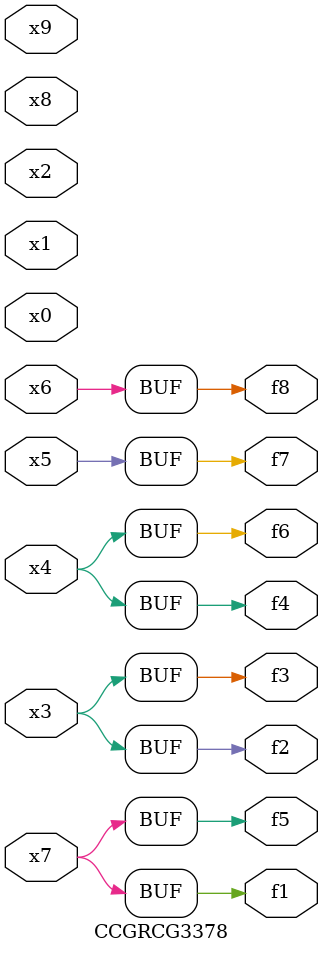
<source format=v>
module CCGRCG3378(
	input x0, x1, x2, x3, x4, x5, x6, x7, x8, x9,
	output f1, f2, f3, f4, f5, f6, f7, f8
);
	assign f1 = x7;
	assign f2 = x3;
	assign f3 = x3;
	assign f4 = x4;
	assign f5 = x7;
	assign f6 = x4;
	assign f7 = x5;
	assign f8 = x6;
endmodule

</source>
